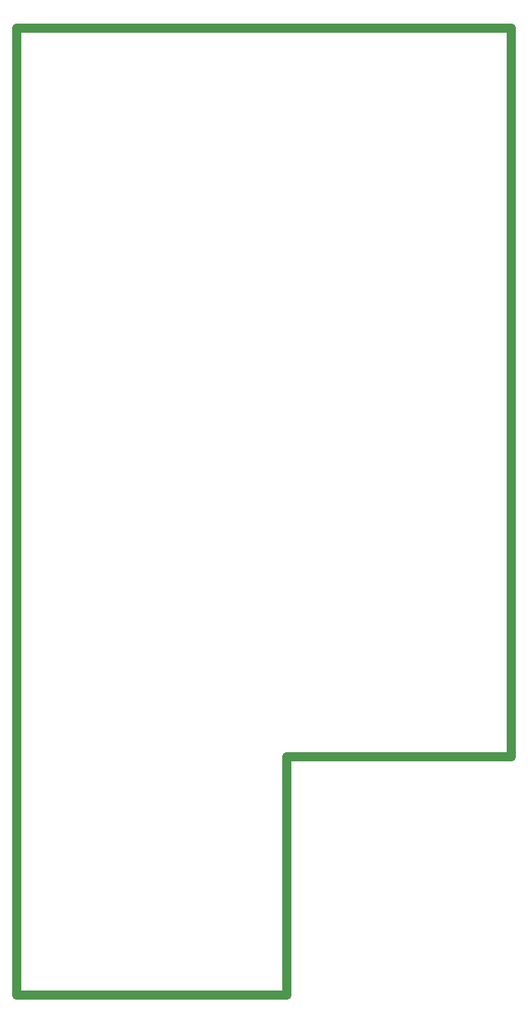
<source format=gko>
G04*
G04 #@! TF.GenerationSoftware,Altium Limited,Altium Designer,21.3.2 (30)*
G04*
G04 Layer_Color=16711935*
%FSLAX25Y25*%
%MOIN*%
G70*
G04*
G04 #@! TF.SameCoordinates,97996B78-1690-4D19-8AB1-FF8F13014A98*
G04*
G04*
G04 #@! TF.FilePolarity,Positive*
G04*
G01*
G75*
%ADD15C,0.03937*%
D15*
X118110Y104331D02*
X216535D01*
Y423228D01*
X118110Y0D02*
Y104331D01*
X0Y0D02*
X118110D01*
X-0Y423228D02*
X0Y0D01*
Y423228D02*
X216535D01*
M02*

</source>
